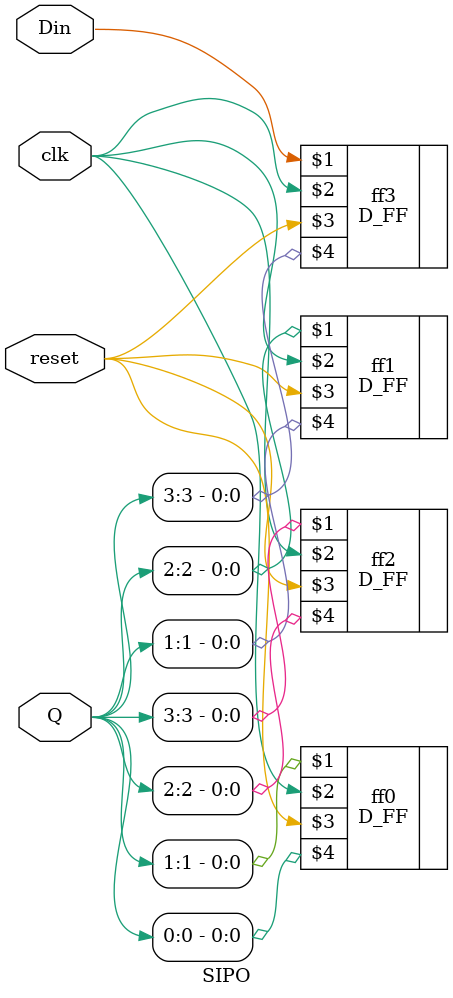
<source format=v>
`timescale 1ns / 1ps

module SIPO(Din,clk,reset,Q);
input Din,clk,reset;
inout [3:0]Q;

//structural modelling 
D_FF ff3(Din,clk,reset,Q[3]);
D_FF ff2(Q[3],clk,reset,Q[2]);
D_FF ff1(Q[2],clk,reset,Q[1]);
D_FF ff0(Q[1],clk,reset,Q[0]);

endmodule

</source>
